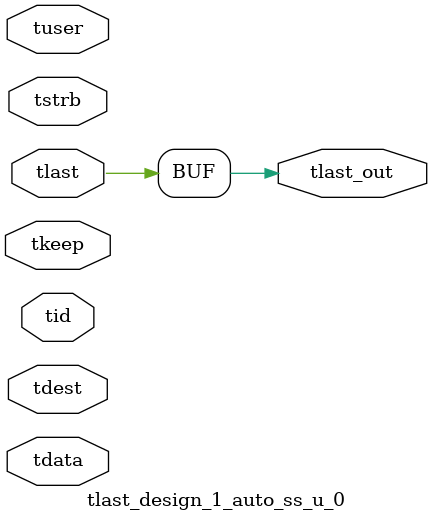
<source format=v>


`timescale 1ps/1ps

module tlast_design_1_auto_ss_u_0 #
(
parameter C_S_AXIS_TID_WIDTH   = 1,
parameter C_S_AXIS_TUSER_WIDTH = 0,
parameter C_S_AXIS_TDATA_WIDTH = 0,
parameter C_S_AXIS_TDEST_WIDTH = 0
)
(
input  [(C_S_AXIS_TID_WIDTH   == 0 ? 1 : C_S_AXIS_TID_WIDTH)-1:0       ] tid,
input  [(C_S_AXIS_TDATA_WIDTH == 0 ? 1 : C_S_AXIS_TDATA_WIDTH)-1:0     ] tdata,
input  [(C_S_AXIS_TUSER_WIDTH == 0 ? 1 : C_S_AXIS_TUSER_WIDTH)-1:0     ] tuser,
input  [(C_S_AXIS_TDEST_WIDTH == 0 ? 1 : C_S_AXIS_TDEST_WIDTH)-1:0     ] tdest,
input  [(C_S_AXIS_TDATA_WIDTH/8)-1:0 ] tkeep,
input  [(C_S_AXIS_TDATA_WIDTH/8)-1:0 ] tstrb,
input  [0:0]                                                             tlast,
output                                                                   tlast_out
);

assign tlast_out = {tlast};

endmodule


</source>
